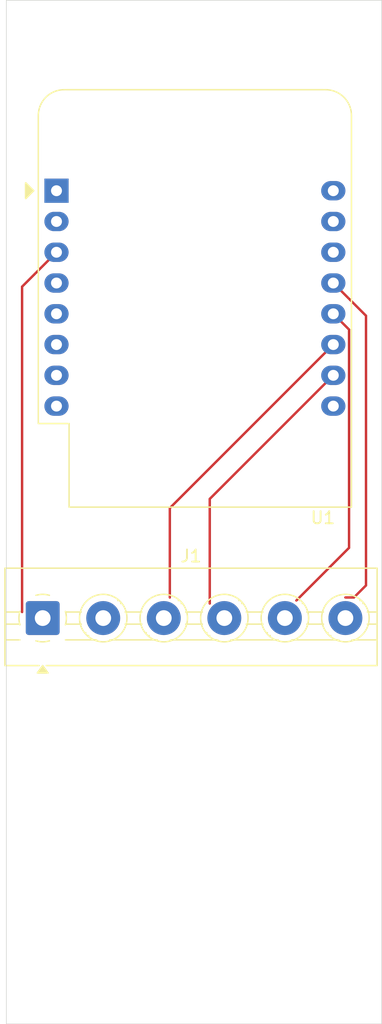
<source format=kicad_pcb>
(kicad_pcb (version 20241229) (generator "pcbnew") (generator_version "9.0")
  (layers (0 "F.Cu" signal) (2 "B.Cu" signal) (13 "F.Paste" user) (15 "B.Paste" user) (5 "F.SilkS" user "F.Silkscreen") (7 "B.SilkS" user "B.Silkscreen") (1 "F.Mask" user) (3 "B.Mask" user) (25 "Edge.Cuts" user))
  (net 0 "")
  (net 4 "unconnected-(U1-D6-Pad11)")
  (net 6 "unconnected-(U1-D8-Pad13)")
  (net 8 "unconnected-(U1-D2-Pad3)")
  (net 11 "unconnected-(U1-GND-Pad10)")
  (net 16 "unconnected-(U1-D7-Pad12)")
  (footprint "TerminalBlock:TerminalBlock_MaiXu_MX126-5.0-06P_1x06_P5.00mm" (layer "F.Cu") (at 155 121)
    (property "Reference" "J1" (at 12.25 -5.12 0) (layer "F.SilkS"))
    (property "Value" "Conn_01x06")
    (fp_line (start -3.12 -4.12) (end -3.12 3.92) (stroke (width 0.12)) (layer "F.SilkS"))
    (fp_line (start -3.12 -4.12) (end 27.62 -4.12) (stroke (width 0.12)) (layer "F.SilkS"))
    (fp_line (start -3.12 -0.5) (end -1.88 -0.5) (stroke (width 0.12)) (layer "F.SilkS"))
    (fp_line (start -3.12 0.5) (end -1.88 0.5) (stroke (width 0.12)) (layer "F.SilkS"))
    (fp_line (start -3.12 1.8) (end -1.88 1.8) (stroke (width 0.12)) (layer "F.SilkS"))
    (fp_line (start -3.12 3.92) (end -0.3 3.92) (stroke (width 0.12)) (layer "F.SilkS"))
    (fp_line (start 0.3 3.92) (end 27.62 3.92) (stroke (width 0.12)) (layer "F.SilkS"))
    (fp_line (start 1.88 -0.5) (end 3.188 -0.5) (stroke (width 0.12)) (layer "F.SilkS"))
    (fp_line (start 1.88 0.5) (end 3.188 0.5) (stroke (width 0.12)) (layer "F.SilkS"))
    (fp_line (start 1.88 1.8) (end 4.457 1.8) (stroke (width 0.12)) (layer "F.SilkS"))
    (fp_line (start 3.556 1.204) (end 3.513 1.247) (stroke (width 0.12)) (layer "F.SilkS"))
    (fp_line (start 3.795 1.443) (end 3.752 1.486) (stroke (width 0.12)) (layer "F.SilkS"))
    (fp_line (start 5.543 1.8) (end 9.457 1.8) (stroke (width 0.12)) (layer "F.SilkS"))
    (fp_line (start 6.247 -1.486) (end 6.204 -1.443) (stroke (width 0.12)) (layer "F.SilkS"))
    (fp_line (start 6.487 -1.247) (end 6.444 -1.204) (stroke (width 0.12)) (layer "F.SilkS"))
    (fp_line (start 6.812 -0.5) (end 8.188 -0.5) (stroke (width 0.12)) (layer "F.SilkS"))
    (fp_line (start 6.812 0.5) (end 8.188 0.5) (stroke (width 0.12)) (layer "F.SilkS"))
    (fp_line (start 8.556 1.204) (end 8.513 1.247) (stroke (width 0.12)) (layer "F.SilkS"))
    (fp_line (start 8.795 1.443) (end 8.752 1.486) (stroke (width 0.12)) (layer "F.SilkS"))
    (fp_line (start 10.543 1.8) (end 14.457 1.8) (stroke (width 0.12)) (layer "F.SilkS"))
    (fp_line (start 11.247 -1.486) (end 11.204 -1.443) (stroke (width 0.12)) (layer "F.SilkS"))
    (fp_line (start 11.487 -1.247) (end 11.444 -1.204) (stroke (width 0.12)) (layer "F.SilkS"))
    (fp_line (start 11.812 -0.5) (end 13.188 -0.5) (stroke (width 0.12)) (layer "F.SilkS"))
    (fp_line (start 11.812 0.5) (end 13.188 0.5) (stroke (width 0.12)) (layer "F.SilkS"))
    (fp_line (start 13.556 1.204) (end 13.513 1.247) (stroke (width 0.12)) (layer "F.SilkS"))
    (fp_line (start 13.795 1.443) (end 13.752 1.486) (stroke (width 0.12)) (layer "F.SilkS"))
    (fp_line (start 15.543 1.8) (end 19.457 1.8) (stroke (width 0.12)) (layer "F.SilkS"))
    (fp_line (start 16.247 -1.486) (end 16.204 -1.443) (stroke (width 0.12)) (layer "F.SilkS"))
    (fp_line (start 16.487 -1.247) (end 16.444 -1.204) (stroke (width 0.12)) (layer "F.SilkS"))
    (fp_line (start 16.812 -0.5) (end 18.188 -0.5) (stroke (width 0.12)) (layer "F.SilkS"))
    (fp_line (start 16.812 0.5) (end 18.188 0.5) (stroke (width 0.12)) (layer "F.SilkS"))
    (fp_line (start 18.556 1.204) (end 18.513 1.247) (stroke (width 0.12)) (layer "F.SilkS"))
    (fp_line (start 18.795 1.443) (end 18.752 1.486) (stroke (width 0.12)) (layer "F.SilkS"))
    (fp_line (start 20.543 1.8) (end 24.457 1.8) (stroke (width 0.12)) (layer "F.SilkS"))
    (fp_line (start 21.247 -1.486) (end 21.204 -1.443) (stroke (width 0.12)) (layer "F.SilkS"))
    (fp_line (start 21.487 -1.247) (end 21.444 -1.204) (stroke (width 0.12)) (layer "F.SilkS"))
    (fp_line (start 21.812 -0.5) (end 23.188 -0.5) (stroke (width 0.12)) (layer "F.SilkS"))
    (fp_line (start 21.812 0.5) (end 23.188 0.5) (stroke (width 0.12)) (layer "F.SilkS"))
    (fp_line (start 23.556 1.204) (end 23.513 1.247) (stroke (width 0.12)) (layer "F.SilkS"))
    (fp_line (start 23.795 1.443) (end 23.752 1.486) (stroke (width 0.12)) (layer "F.SilkS"))
    (fp_line (start 25.543 1.8) (end 27.62 1.8) (stroke (width 0.12)) (layer "F.SilkS"))
    (fp_line (start 26.247 -1.486) (end 26.204 -1.443) (stroke (width 0.12)) (layer "F.SilkS"))
    (fp_line (start 26.487 -1.247) (end 26.444 -1.204) (stroke (width 0.12)) (layer "F.SilkS"))
    (fp_line (start 26.812 -0.5) (end 27.62 -0.5) (stroke (width 0.12)) (layer "F.SilkS"))
    (fp_line (start 26.812 0.5) (end 27.62 0.5) (stroke (width 0.12)) (layer "F.SilkS"))
    (fp_line (start 27.62 -4.12) (end 27.62 3.92) (stroke (width 0.12)) (layer "F.SilkS"))
    (fp_arc (start -1.88 0.554) (mid -1.959928 -0.000246) (end -1.879861 -0.554472) (stroke (width 0.12)) (layer "F.SilkS"))
    (fp_arc (start -0.554 -1.88) (mid 0.000246 -1.959928) (end 0.554472 -1.879861) (stroke (width 0.12)) (layer "F.SilkS"))
    (fp_arc (start 0.554 1.88) (mid -0.000246 1.959928) (end -0.554472 1.879861) (stroke (width 0.12)) (layer "F.SilkS"))
    (fp_arc (start 1.88 -0.554) (mid 1.959928 0.000246) (end 1.879861 0.554472) (stroke (width 0.12)) (layer "F.SilkS"))
    (fp_circle (center 5 0) (end 6.96 0) (stroke (width 0.12)) (fill no) (layer "F.SilkS"))
    (fp_circle (center 10 0) (end 11.96 0) (stroke (width 0.12)) (fill no) (layer "F.SilkS"))
    (fp_circle (center 15 0) (end 16.96 0) (stroke (width 0.12)) (fill no) (layer "F.SilkS"))
    (fp_circle (center 20 0) (end 21.96 0) (stroke (width 0.12)) (fill no) (layer "F.SilkS"))
    (fp_circle (center 25 0) (end 26.96 0) (stroke (width 0.12)) (fill no) (layer "F.SilkS"))
    (fp_poly (pts (xy 0 3.92) (xy 0.44 4.53) (xy -0.44 4.53) (xy 0 3.92)) (stroke (width 0.12)) (fill yes) (layer "F.SilkS"))
    (pad "1" thru_hole roundrect (at 0 0) (size 2.8 2.8) (drill 1.3) (layers "*.Cu" "*.Mask") (roundrect_rratio 0.089286))
    (pad "2" thru_hole circle (at 5 0) (size 2.8 2.8) (drill 1.3) (layers "*.Cu" "*.Mask"))
    (pad "3" thru_hole circle (at 10 0) (size 2.8 2.8) (drill 1.3) (layers "*.Cu" "*.Mask"))
    (pad "4" thru_hole circle (at 15 0) (size 2.8 2.8) (drill 1.3) (layers "*.Cu" "*.Mask"))
    (pad "5" thru_hole circle (at 20 0) (size 2.8 2.8) (drill 1.3) (layers "*.Cu" "*.Mask"))
    (pad "6" thru_hole circle (at 25 0) (size 2.8 2.8) (drill 1.3) (layers "*.Cu" "*.Mask"))
  )
  (footprint "ESP32CAM:WEMOS_D1_mini_light" (layer "F.Cu") (at 156.14 85.72)
    (property "Reference" "U1" (at 22 27 0) (layer "F.SilkS"))
    (property "Value" "WEMOS_C3_mini")
    (fp_line (start -1.5 19.22) (end -1.5 -6.21) (stroke (width 0.12)) (layer "F.SilkS"))
    (fp_line (start -1.5 19.22) (end 1.04 19.22) (stroke (width 0.12)) (layer "F.SilkS"))
    (fp_line (start 1.04 19.22) (end 1.04 26.12) (stroke (width 0.12)) (layer "F.SilkS"))
    (fp_line (start 1.04 26.12) (end 24.36 26.12) (stroke (width 0.12)) (layer "F.SilkS"))
    (fp_line (start 22.24 -8.34) (end 0.63 -8.34) (stroke (width 0.12)) (layer "F.SilkS"))
    (fp_line (start 24.36 26.12) (end 24.36 -6.21) (stroke (width 0.12)) (layer "F.SilkS"))
    (fp_arc (start -1.5 -6.21) (mid -0.876137 -7.716137) (end 0.63 -8.34) (stroke (width 0.12)) (layer "F.SilkS"))
    (fp_arc (start 22.23 -8.34) (mid 23.736137 -7.716137) (end 24.36 -6.21) (stroke (width 0.12)) (layer "F.SilkS"))
    (fp_poly (pts (xy -2.54 -0.635) (xy -2.54 0.635) (xy -1.905 0)) (stroke (width 0.15)) (fill yes) (layer "F.SilkS"))
    (pad "1" thru_hole rect (at 0 0) (size 2 2) (drill 0.9) (layers "*.Cu" "*.Mask"))
    (pad "2" thru_hole oval (at 0 2.54) (size 2 1.6) (drill 0.9) (layers "*.Cu" "*.Mask"))
    (pad "3" thru_hole oval (at 0 5.08) (size 2 1.6) (drill 0.9) (layers "*.Cu" "*.Mask") (net 8 "unconnected-(U1-D2-Pad3)"))
    (pad "4" thru_hole oval (at 0 7.62) (size 2 1.6) (drill 0.9) (layers "*.Cu" "*.Mask"))
    (pad "5" thru_hole oval (at 0 10.16) (size 2 1.6) (drill 0.9) (layers "*.Cu" "*.Mask"))
    (pad "6" thru_hole oval (at 0 12.7) (size 2 1.6) (drill 0.9) (layers "*.Cu" "*.Mask"))
    (pad "7" thru_hole oval (at 0 15.24) (size 2 1.6) (drill 0.9) (layers "*.Cu" "*.Mask"))
    (pad "8" thru_hole oval (at 0 17.78) (size 2 1.6) (drill 0.9) (layers "*.Cu" "*.Mask"))
    (pad "9" thru_hole oval (at 22.86 17.78) (size 2 1.6) (drill 0.9) (layers "*.Cu" "*.Mask"))
    (pad "10" thru_hole oval (at 22.86 15.24) (size 2 1.6) (drill 0.9) (layers "*.Cu" "*.Mask") (net 11 "unconnected-(U1-GND-Pad10)"))
    (pad "11" thru_hole oval (at 22.86 12.7) (size 2 1.6) (drill 0.9) (layers "*.Cu" "*.Mask") (net 4 "unconnected-(U1-D6-Pad11)"))
    (pad "12" thru_hole oval (at 22.86 10.16) (size 2 1.6) (drill 0.9) (layers "*.Cu" "*.Mask") (net 16 "unconnected-(U1-D7-Pad12)"))
    (pad "13" thru_hole oval (at 22.86 7.62) (size 2 1.6) (drill 0.9) (layers "*.Cu" "*.Mask") (net 6 "unconnected-(U1-D8-Pad13)"))
    (pad "14" thru_hole oval (at 22.86 5.08) (size 2 1.6) (drill 0.9) (layers "*.Cu" "*.Mask"))
    (pad "15" thru_hole oval (at 22.86 2.54) (size 2 1.6) (drill 0.9) (layers "*.Cu" "*.Mask"))
    (pad "16" thru_hole oval (at 22.86 0) (size 2 1.6) (drill 0.9) (layers "*.Cu" "*.Mask"))
  )
  (gr_rect (start 152 70) (end 183 154.5) (stroke (width 0.05)) (fill no) (layer "Edge.Cuts"))
  (segment (start 165.5 111.92) (end 165.5 119.299) (width 0.2) (layer "F.Cu") (net 4))
  (segment (start 179 98.42) (end 165.5 111.92) (width 0.2) (layer "F.Cu") (net 4))
  (segment (start 179 93.34) (end 181.701 96.041) (width 0.2) (layer "F.Cu") (net 6))
  (segment (start 180.704578 119.299) (end 180 119.299) (width 0.2) (layer "F.Cu") (net 6))
  (segment (start 181.701 96.041) (end 181.701 118.302578) (width 0.2) (layer "F.Cu") (net 6))
  (segment (start 181.701 118.302578) (end 180.704578 119.299) (width 0.2) (layer "F.Cu") (net 6))
  (segment (start 153.299 93.641) (end 153.299 120.5) (width 0.2) (layer "F.Cu") (net 8))
  (segment (start 156.14 90.8) (end 153.299 93.641) (width 0.2) (layer "F.Cu") (net 8))
  (segment (start 168.797211 111.162789) (end 168.797211 119.797211) (width 0.2) (layer "F.Cu") (net 11))
  (segment (start 179 100.96) (end 168.797211 111.162789) (width 0.2) (layer "F.Cu") (net 11))
  (segment (start 180.301 97.181) (end 180.301 115.199) (width 0.2) (layer "F.Cu") (net 16))
  (segment (start 179 95.88) (end 180.301 97.181) (width 0.2) (layer "F.Cu") (net 16))
  (segment (start 180.301 115.199) (end 175.952789 119.547211) (width 0.2) (layer "F.Cu") (net 16))
)
</source>
